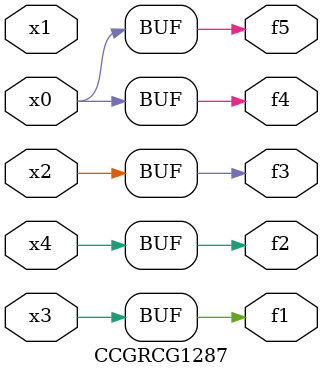
<source format=v>
module CCGRCG1287(
	input x0, x1, x2, x3, x4,
	output f1, f2, f3, f4, f5
);
	assign f1 = x3;
	assign f2 = x4;
	assign f3 = x2;
	assign f4 = x0;
	assign f5 = x0;
endmodule

</source>
